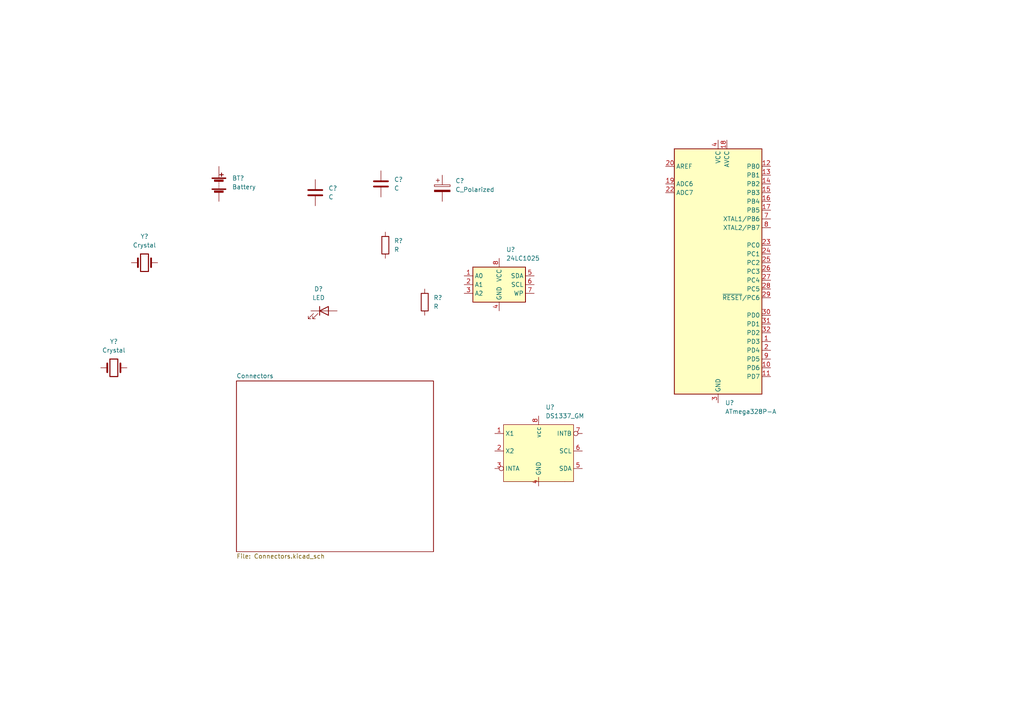
<source format=kicad_sch>
(kicad_sch (version 20211123) (generator eeschema)
  (paper "A4")
  (title_block (title "Battery Powered Arduino Nano") (date "2022-04-27") (rev "1") (company "GM Industries") (comment 1 "Designe by Giddie"))
  (lib_symbols
    (symbol "Device:Battery" (pin_numbers hide) (pin_names (offset 0) hide)
      (property "Reference" "BT" (at 2.54 2.54 0))
      (property "Value" "Battery" (at 2.54 0 0))
      (symbol "Battery_0_1"
        (rectangle (start -2.032 -1.397) (end 2.032 -1.651) (fill (type outline)))
        (rectangle (start -2.032 1.778) (end 2.032 1.524) (fill (type outline)))
        (rectangle (start -1.3208 -1.9812) (end 1.27 -2.4892) (fill (type outline)))
        (rectangle (start -1.3208 1.1938) (end 1.27 0.6858) (fill (type outline)))
        (polyline (pts (xy 0 -1.524) (xy 0 -1.27)))
        (polyline (pts (xy 0 -1.016) (xy 0 -0.762)))
        (polyline (pts (xy 0 -0.508) (xy 0 -0.254)))
        (polyline (pts (xy 0 0) (xy 0 0.254)))
        (polyline (pts (xy 0 0.508) (xy 0 0.762)))
        (polyline (pts (xy 0 1.778) (xy 0 2.54)))
        (polyline (pts (xy 0.254 2.667) (xy 1.27 2.667)) (stroke (width 0.254)))
        (polyline (pts (xy 0.762 3.175) (xy 0.762 2.159)) (stroke (width 0.254)))
      )
      (symbol "Battery_1_1"
        (pin passive line (at 0 5.08 270) (length 2.54) (name "+") (number "1"))
        (pin passive line (at 0 -5.08 90) (length 2.54) (name "-") (number "2"))
      )
    )
    (symbol "Device:C" (pin_numbers hide) (pin_names (offset 0.254))
      (property "Reference" "C" (at 0.635 2.54 0))
      (property "Value" "C" (at 0.635 -2.54 0))
      (symbol "C_0_1"
        (polyline (pts (xy -2.032 -0.762) (xy 2.032 -0.762)) (stroke (width 0.508)))
        (polyline (pts (xy -2.032 0.762) (xy 2.032 0.762)) (stroke (width 0.508)))
      )
      (symbol "C_1_1"
        (pin passive line (at 0 3.81 270) (length 2.794) (name "~") (number "1"))
        (pin passive line (at 0 -3.81 90) (length 2.794) (name "~") (number "2"))
      )
    )
    (symbol "Device:C_Polarized" (pin_numbers hide) (pin_names (offset 0.254))
      (property "Reference" "C" (at 0.635 2.54 0))
      (property "Value" "C_Polarized" (at 0.635 -2.54 0))
      (symbol "C_Polarized_0_1"
        (rectangle (start -2.286 0.508) (end 2.286 1.016))
        (polyline (pts (xy -1.778 2.286) (xy -0.762 2.286)))
        (polyline (pts (xy -1.27 2.794) (xy -1.27 1.778)))
        (rectangle (start 2.286 -0.508) (end -2.286 -1.016) (fill (type outline)))
      )
      (symbol "C_Polarized_1_1"
        (pin passive line (at 0 3.81 270) (length 2.794) (name "~") (number "1"))
        (pin passive line (at 0 -3.81 90) (length 2.794) (name "~") (number "2"))
      )
    )
    (symbol "Device:Crystal" (pin_numbers hide) (pin_names (offset 1.016) hide)
      (property "Reference" "Y" (at 0 3.81 0))
      (property "Value" "Crystal" (at 0 -3.81 0))
      (symbol "Crystal_0_1"
        (rectangle (start -1.143 2.54) (end 1.143 -2.54) (stroke (width 0.3048)))
        (polyline (pts (xy -2.54 0) (xy -1.905 0)))
        (polyline (pts (xy -1.905 -1.27) (xy -1.905 1.27)) (stroke (width 0.508)))
        (polyline (pts (xy 1.905 -1.27) (xy 1.905 1.27)) (stroke (width 0.508)))
        (polyline (pts (xy 2.54 0) (xy 1.905 0)))
      )
      (symbol "Crystal_1_1"
        (pin passive line (at -3.81 0 0) (length 1.27) (name "1") (number "1"))
        (pin passive line (at 3.81 0 180) (length 1.27) (name "2") (number "2"))
      )
    )
    (symbol "Device:LED" (pin_numbers hide) (pin_names (offset 1.016) hide)
      (property "Reference" "D" (at 0 2.54 0))
      (property "Value" "LED" (at 0 -2.54 0))
      (symbol "LED_0_1"
        (polyline (pts (xy -1.27 -1.27) (xy -1.27 1.27)) (stroke (width 0.254)))
        (polyline (pts (xy -1.27 0) (xy 1.27 0)))
        (polyline (pts (xy 1.27 -1.27) (xy 1.27 1.27) (xy -1.27 0) (xy 1.27 -1.27)) (stroke (width 0.254)))
        (polyline (pts (xy -3.048 -0.762) (xy -4.572 -2.286) (xy -3.81 -2.286) (xy -4.572 -2.286) (xy -4.572 -1.524)))
        (polyline (pts (xy -1.778 -0.762) (xy -3.302 -2.286) (xy -2.54 -2.286) (xy -3.302 -2.286) (xy -3.302 -1.524)))
      )
      (symbol "LED_1_1"
        (pin passive line (at -3.81 0 0) (length 2.54) (name "K") (number "1"))
        (pin passive line (at 3.81 0 180) (length 2.54) (name "A") (number "2"))
      )
    )
    (symbol "Device:R" (pin_numbers hide) (pin_names (offset 0))
      (property "Reference" "R" (at 2.032 0 90))
      (property "Value" "R" (at 0 0 90))
      (symbol "R_0_1"
        (rectangle (start -1.016 -2.54) (end 1.016 2.54) (stroke (width 0.254)))
      )
      (symbol "R_1_1"
        (pin passive line (at 0 3.81 270) (length 1.27) (name "~") (number "1"))
        (pin passive line (at 0 -3.81 90) (length 1.27) (name "~") (number "2"))
      )
    )
    (symbol "GM_LIbrary:DS1337_GM"
      (property "Reference" "U" (at 0 19.05 0))
      (property "Value" "DS1337_GM" (at 0 16.51 0))
      (symbol "DS1337_GM_0_1"
        (rectangle (start -10.16 7.62) (end -10.16 7.62))
        (rectangle (start -10.16 7.62) (end 10.16 -8.89) (fill (type background)))
        (rectangle (start -8.89 7.62) (end -8.89 7.62))
        (rectangle (start -8.89 7.62) (end -8.89 7.62))
        (rectangle (start 7.62 -8.89) (end 7.62 -8.89))
      )
      (symbol "DS1337_GM_1_1"
        (pin input line (at -12.7 5.08 0) (length 2.54) (name "X1") (number "1"))
        (pin input line (at -12.7 0 0) (length 2.54) (name "X2") (number "2"))
        (pin input inverted (at -12.7 -5.08 0) (length 2.54) (name "INTA") (number "3"))
        (pin input line (at 0 -10.16 90) (length 2.54) (name "GND") (number "4"))
        (pin bidirectional line (at 12.7 -5.08 180) (length 2.54) (name "SDA") (number "5"))
        (pin input line (at 12.7 0 180) (length 2.54) (name "SCL") (number "6"))
        (pin input inverted (at 12.7 5.08 180) (length 2.54) (name "INTB") (number "7"))
        (pin input line (at 0 10.16 270) (length 2.54) (name "vcc") (number "8"))
      )
    )
    (symbol "MCU_Microchip_ATmega:ATmega328P-A"
      (property "Reference" "U" (at -12.7 36.83 0))
      (property "Value" "ATmega328P-A" (at 2.54 -36.83 0))
      (symbol "ATmega328P-A_0_1"
        (rectangle (start -12.7 -35.56) (end 12.7 35.56) (stroke (width 0.254)) (fill (type background)))
      )
      (symbol "ATmega328P-A_1_1"
        (pin bidirectional line (at 15.24 -20.32 180) (length 2.54) (name "PD3") (number "1"))
        (pin bidirectional line (at 15.24 -27.94 180) (length 2.54) (name "PD6") (number "10"))
        (pin bidirectional line (at 15.24 -30.48 180) (length 2.54) (name "PD7") (number "11"))
        (pin bidirectional line (at 15.24 30.48 180) (length 2.54) (name "PB0") (number "12"))
        (pin bidirectional line (at 15.24 27.94 180) (length 2.54) (name "PB1") (number "13"))
        (pin bidirectional line (at 15.24 25.4 180) (length 2.54) (name "PB2") (number "14"))
        (pin bidirectional line (at 15.24 22.86 180) (length 2.54) (name "PB3") (number "15"))
        (pin bidirectional line (at 15.24 20.32 180) (length 2.54) (name "PB4") (number "16"))
        (pin bidirectional line (at 15.24 17.78 180) (length 2.54) (name "PB5") (number "17"))
        (pin power_in line (at 2.54 38.1 270) (length 2.54) (name "AVCC") (number "18"))
        (pin input line (at -15.24 25.4 0) (length 2.54) (name "ADC6") (number "19"))
        (pin bidirectional line (at 15.24 -22.86 180) (length 2.54) (name "PD4") (number "2"))
        (pin passive line (at -15.24 30.48 0) (length 2.54) (name "AREF") (number "20"))
        (pin passive line (at 0 -38.1 90) (length 2.54) hide (name "GND") (number "21"))
        (pin input line (at -15.24 22.86 0) (length 2.54) (name "ADC7") (number "22"))
        (pin bidirectional line (at 15.24 7.62 180) (length 2.54) (name "PC0") (number "23"))
        (pin bidirectional line (at 15.24 5.08 180) (length 2.54) (name "PC1") (number "24"))
        (pin bidirectional line (at 15.24 2.54 180) (length 2.54) (name "PC2") (number "25"))
        (pin bidirectional line (at 15.24 0 180) (length 2.54) (name "PC3") (number "26"))
        (pin bidirectional line (at 15.24 -2.54 180) (length 2.54) (name "PC4") (number "27"))
        (pin bidirectional line (at 15.24 -5.08 180) (length 2.54) (name "PC5") (number "28"))
        (pin bidirectional line (at 15.24 -7.62 180) (length 2.54) (name "~{RESET}/PC6") (number "29"))
        (pin power_in line (at 0 -38.1 90) (length 2.54) (name "GND") (number "3"))
        (pin bidirectional line (at 15.24 -12.7 180) (length 2.54) (name "PD0") (number "30"))
        (pin bidirectional line (at 15.24 -15.24 180) (length 2.54) (name "PD1") (number "31"))
        (pin bidirectional line (at 15.24 -17.78 180) (length 2.54) (name "PD2") (number "32"))
        (pin power_in line (at 0 38.1 270) (length 2.54) (name "VCC") (number "4"))
        (pin passive line (at 0 -38.1 90) (length 2.54) hide (name "GND") (number "5"))
        (pin passive line (at 0 38.1 270) (length 2.54) hide (name "VCC") (number "6"))
        (pin bidirectional line (at 15.24 15.24 180) (length 2.54) (name "XTAL1/PB6") (number "7"))
        (pin bidirectional line (at 15.24 12.7 180) (length 2.54) (name "XTAL2/PB7") (number "8"))
        (pin bidirectional line (at 15.24 -25.4 180) (length 2.54) (name "PD5") (number "9"))
      )
    )
    (symbol "Memory_EEPROM:24LC1025"
      (property "Reference" "U" (at -6.35 6.35 0))
      (property "Value" "24LC1025" (at 1.27 6.35 0))
      (symbol "24LC1025_1_1"
        (rectangle (start -7.62 5.08) (end 7.62 -5.08) (stroke (width 0.254)) (fill (type background)))
        (pin input line (at -10.16 2.54 0) (length 2.54) (name "A0") (number "1"))
        (pin input line (at -10.16 0 0) (length 2.54) (name "A1") (number "2"))
        (pin input line (at -10.16 -2.54 0) (length 2.54) (name "A2") (number "3"))
        (pin power_in line (at 0 -7.62 90) (length 2.54) (name "GND") (number "4"))
        (pin bidirectional line (at 10.16 2.54 180) (length 2.54) (name "SDA") (number "5"))
        (pin input line (at 10.16 0 180) (length 2.54) (name "SCL") (number "6"))
        (pin input line (at 10.16 -2.54 180) (length 2.54) (name "WP") (number "7"))
        (pin power_in line (at 0 7.62 270) (length 2.54) (name "VCC") (number "8"))
      )
    )
  )
  (symbol (lib_id "Device:LED") (at 93.98 90.17 0) (unit 1)
    (property "Reference" "D?" (at 92.3925 83.82 0))
    (property "Value" "LED" (at 92.3925 86.36 0))
  )
  (symbol (lib_id "Memory_EEPROM:24LC1025") (at 144.78 82.55 0) (unit 1)
    (property "Reference" "U?" (at 146.7994 72.39 0) (effects (justify left)))
    (property "Value" "24LC1025" (at 146.7994 74.93 0) (effects (justify left)))
    (property "Datasheet" "http://ww1.microchip.com/downloads/en/DeviceDoc/21941B.pdf" (effects hide))
  )
  (symbol (lib_id "Device:Crystal") (at 41.91 76.2 0) (unit 1)
    (property "Reference" "Y?" (at 41.91 68.58 0))
    (property "Value" "Crystal" (at 41.91 71.12 0))
  )
  (symbol (lib_id "Device:C_Polarized") (at 128.27 54.61 0) (unit 1)
    (property "Reference" "C?" (at 132.08 52.4509 0) (effects (justify left)))
    (property "Value" "C_Polarized" (at 132.08 54.9909 0) (effects (justify left)))
  )
  (symbol (lib_id "GM_LIbrary:DS1337_GM") (at 156.21 130.81 0) (unit 1)
    (property "Reference" "U?" (at 158.2294 118.11 0) (effects (justify left)))
    (property "Value" "DS1337_GM" (at 158.2294 120.65 0) (effects (justify left)))
    (property "Datasheet" "https://datasheets.maximintegrated.com/en/ds/DS1337-DS1337C.pdf" (effects hide))
  )
  (symbol (lib_id "MCU_Microchip_ATmega:ATmega328P-A") (at 208.28 78.74 0) (unit 1)
    (property "Reference" "U?" (at 210.2994 116.84 0) (effects (justify left)))
    (property "Value" "ATmega328P-A" (at 210.2994 119.38 0) (effects (justify left)))
    (property "Footprint" "Package_QFP:TQFP-32_7x7mm_P0.8mm" (effects hide))
    (property "Datasheet" "http://ww1.microchip.com/downloads/en/DeviceDoc/ATmega328_P%20AVR%20MCU%20with%20picoPower%20Technology%20Data%20Sheet%2040001984A.pdf" (effects hide))
  )
  (symbol (lib_id "Device:C") (at 91.44 55.88 0) (unit 1)
    (property "Reference" "C?" (at 95.25 54.6099 0) (effects (justify left)))
    (property "Value" "C" (at 95.25 57.1499 0) (effects (justify left)))
  )
  (symbol (lib_id "Device:R") (at 123.19 87.63 0) (unit 1)
    (property "Reference" "R?" (at 125.73 86.3599 0) (effects (justify left)))
    (property "Value" "R" (at 125.73 88.8999 0) (effects (justify left)))
  )
  (symbol (lib_id "Device:Battery") (at 63.5 53.34 0) (unit 1)
    (property "Reference" "BT?" (at 67.31 51.6889 0) (effects (justify left)))
    (property "Value" "Battery" (at 67.31 54.2289 0) (effects (justify left)))
  )
  (symbol (lib_id "Device:Crystal") (at 33.02 106.68 0) (unit 1)
    (property "Reference" "Y?" (at 33.02 99.06 0))
    (property "Value" "Crystal" (at 33.02 101.6 0))
  )
  (symbol (lib_id "Device:R") (at 111.76 71.12 0) (unit 1)
    (property "Reference" "R?" (at 114.3 69.8499 0) (effects (justify left)))
    (property "Value" "R" (at 114.3 72.3899 0) (effects (justify left)))
  )
  (symbol (lib_id "Device:C") (at 110.49 53.34 0) (unit 1)
    (property "Reference" "C?" (at 114.3 52.0699 0) (effects (justify left)))
    (property "Value" "C" (at 114.3 54.6099 0) (effects (justify left)))
  )
  (sheet (at 68.58 110.49) (size 57.15 49.53) (stroke (width 0.1524))
    (property "Sheet name" "Connectors" (at 68.58 109.7784 0) (effects (justify left bottom)))
    (property "Sheet file" "Connectors.kicad_sch" (at 68.58 160.6046 0) (effects (justify left top)))
  )
)
</source>
